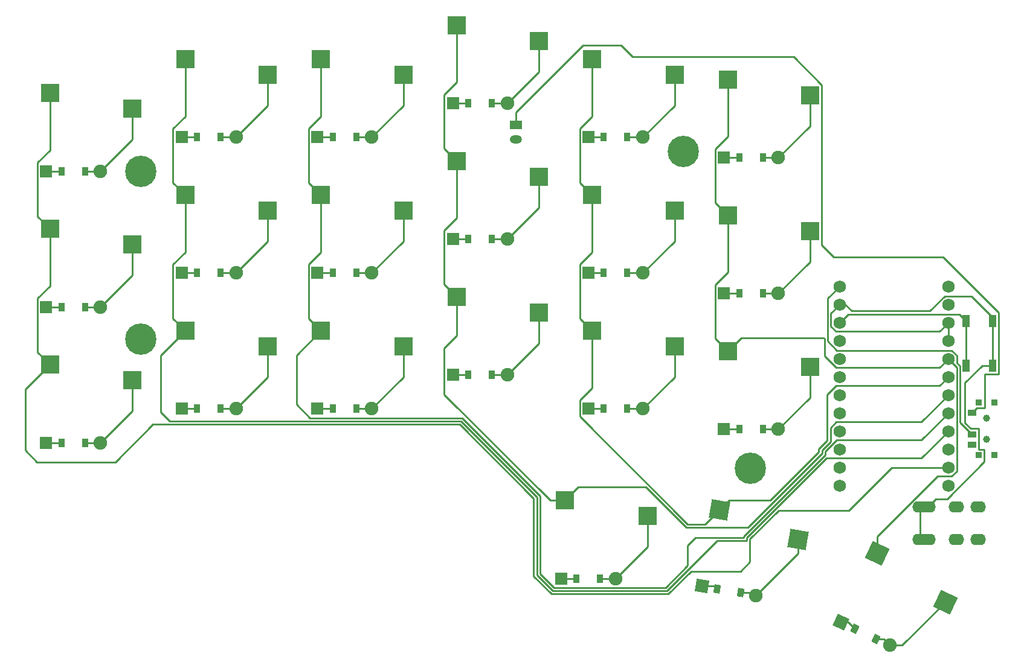
<source format=gbr>
%TF.GenerationSoftware,KiCad,Pcbnew,7.0.9*%
%TF.CreationDate,2024-08-18T04:48:21-07:00*%
%TF.ProjectId,left,6c656674-2e6b-4696-9361-645f70636258,v1.0.0*%
%TF.SameCoordinates,Original*%
%TF.FileFunction,Copper,L2,Bot*%
%TF.FilePolarity,Positive*%
%FSLAX46Y46*%
G04 Gerber Fmt 4.6, Leading zero omitted, Abs format (unit mm)*
G04 Created by KiCad (PCBNEW 7.0.9) date 2024-08-18 04:48:21*
%MOMM*%
%LPD*%
G01*
G04 APERTURE LIST*
G04 Aperture macros list*
%AMRotRect*
0 Rectangle, with rotation*
0 The origin of the aperture is its center*
0 $1 length*
0 $2 width*
0 $3 Rotation angle, in degrees counterclockwise*
0 Add horizontal line*
21,1,$1,$2,0,0,$3*%
G04 Aperture macros list end*
%TA.AperFunction,SMDPad,CuDef*%
%ADD10R,1.250000X0.900000*%
%TD*%
%TA.AperFunction,SMDPad,CuDef*%
%ADD11R,0.900000X0.900000*%
%TD*%
%TA.AperFunction,WasherPad*%
%ADD12C,1.000000*%
%TD*%
%TA.AperFunction,SMDPad,CuDef*%
%ADD13R,1.100000X1.800000*%
%TD*%
%TA.AperFunction,SMDPad,CuDef*%
%ADD14R,2.600000X2.600000*%
%TD*%
%TA.AperFunction,SMDPad,CuDef*%
%ADD15RotRect,2.600000X2.600000X335.000000*%
%TD*%
%TA.AperFunction,ComponentPad*%
%ADD16R,1.778000X1.778000*%
%TD*%
%TA.AperFunction,SMDPad,CuDef*%
%ADD17R,0.900000X1.200000*%
%TD*%
%TA.AperFunction,ComponentPad*%
%ADD18C,1.905000*%
%TD*%
%TA.AperFunction,ComponentPad*%
%ADD19RotRect,1.778000X1.778000X335.000000*%
%TD*%
%TA.AperFunction,SMDPad,CuDef*%
%ADD20RotRect,0.900000X1.200000X335.000000*%
%TD*%
%TA.AperFunction,ComponentPad*%
%ADD21O,2.200000X1.600000*%
%TD*%
%TA.AperFunction,ComponentPad*%
%ADD22R,1.700000X1.200000*%
%TD*%
%TA.AperFunction,ComponentPad*%
%ADD23O,1.700000X1.200000*%
%TD*%
%TA.AperFunction,SMDPad,CuDef*%
%ADD24RotRect,2.600000X2.600000X350.000000*%
%TD*%
%TA.AperFunction,ComponentPad*%
%ADD25C,0.700000*%
%TD*%
%TA.AperFunction,ComponentPad*%
%ADD26C,4.400000*%
%TD*%
%TA.AperFunction,ComponentPad*%
%ADD27RotRect,1.778000X1.778000X350.000000*%
%TD*%
%TA.AperFunction,SMDPad,CuDef*%
%ADD28RotRect,0.900000X1.200000X350.000000*%
%TD*%
%TA.AperFunction,ComponentPad*%
%ADD29C,1.752600*%
%TD*%
%TA.AperFunction,Conductor*%
%ADD30C,0.250000*%
%TD*%
G04 APERTURE END LIST*
D10*
%TO.P,T1,3*%
%TO.N,N/C*%
X269374550Y-165102900D03*
%TO.P,T1,2*%
%TO.N,RAW*%
X269374550Y-163602900D03*
%TO.P,T1,1*%
%TO.N,pos*%
X269374550Y-160602900D03*
D11*
%TO.P,T1,*%
%TO.N,*%
X270349550Y-166552900D03*
X272549550Y-166552900D03*
D12*
X271449550Y-164352900D03*
X271449550Y-161352900D03*
D11*
X270349550Y-159152900D03*
X272549550Y-159152900D03*
%TD*%
D13*
%TO.P,B1,1*%
%TO.N,GND*%
X272299550Y-147752900D03*
X272299550Y-153952900D03*
%TO.P,B1,2*%
%TO.N,RST*%
X268599550Y-147752900D03*
X268599550Y-153952900D03*
%TD*%
D14*
%TO.P,S5,1*%
%TO.N,P104*%
X140174550Y-134807900D03*
%TO.P,S5,2*%
%TO.N,outer_home*%
X151724550Y-137007900D03*
%TD*%
D15*
%TO.P,S1,1*%
%TO.N,P017*%
X256129579Y-180307149D03*
%TO.P,S1,2*%
%TO.N,reachy_cluster*%
X265667673Y-187182267D03*
%TD*%
D16*
%TO.P,D5,1*%
%TO.N,P029*%
X139639550Y-145757900D03*
D17*
X141799550Y-145757900D03*
%TO.P,D5,2*%
%TO.N,outer_home*%
X145099550Y-145757900D03*
D18*
X147259550Y-145757900D03*
%TD*%
D19*
%TO.P,D1,1*%
%TO.N,P113*%
X251017034Y-190005118D03*
D20*
X252974659Y-190917974D03*
%TO.P,D1,2*%
%TO.N,reachy_cluster*%
X255965475Y-192312614D03*
D18*
X257923100Y-193225470D03*
%TD*%
D14*
%TO.P,S20,1*%
%TO.N,P017*%
X235174550Y-132902900D03*
%TO.P,S20,2*%
%TO.N,inner_home*%
X246724550Y-135102900D03*
%TD*%
%TO.P,S8,1*%
%TO.N,P100*%
X159174550Y-130045400D03*
%TO.P,S8,2*%
%TO.N,pinky_home*%
X170724550Y-132245400D03*
%TD*%
D16*
%TO.P,D11,1*%
%TO.N,P029*%
X177639550Y-140995400D03*
D17*
X179799550Y-140995400D03*
%TO.P,D11,2*%
%TO.N,ring_home*%
X183099550Y-140995400D03*
D18*
X185259550Y-140995400D03*
%TD*%
D21*
%TO.P,TRRS1,1*%
%TO.N,GND*%
X262146350Y-173800700D03*
X262146350Y-178400700D03*
%TO.P,TRRS1,2*%
X263246350Y-173800700D03*
X263246350Y-178400700D03*
%TO.P,TRRS1,3*%
%TO.N,P010*%
X267246350Y-173800700D03*
X267246350Y-178400700D03*
%TO.P,TRRS1,4*%
%TO.N,VCC*%
X270246350Y-173800700D03*
X270246350Y-178400700D03*
%TD*%
D22*
%TO.P,JST1,1*%
%TO.N,pos*%
X205449550Y-120232900D03*
D23*
%TO.P,JST1,2*%
%TO.N,GND*%
X205449550Y-122232900D03*
%TD*%
D16*
%TO.P,D10,1*%
%TO.N,P002*%
X177639550Y-160045400D03*
D17*
X179799550Y-160045400D03*
%TO.P,D10,2*%
%TO.N,ring_bottom*%
X183099550Y-160045400D03*
D18*
X185259550Y-160045400D03*
%TD*%
D16*
%TO.P,D4,1*%
%TO.N,P002*%
X139639550Y-164807900D03*
D17*
X141799550Y-164807900D03*
%TO.P,D4,2*%
%TO.N,outer_bottom*%
X145099550Y-164807900D03*
D18*
X147259550Y-164807900D03*
%TD*%
D14*
%TO.P,S10,1*%
%TO.N,P024*%
X178174550Y-149095400D03*
%TO.P,S10,2*%
%TO.N,ring_bottom*%
X189724550Y-151295400D03*
%TD*%
D16*
%TO.P,D12,1*%
%TO.N,P031*%
X177639550Y-121945400D03*
D17*
X179799550Y-121945400D03*
%TO.P,D12,2*%
%TO.N,ring_top*%
X183099550Y-121945400D03*
D18*
X185259550Y-121945400D03*
%TD*%
D24*
%TO.P,S2,1*%
%TO.N,P020*%
X234006804Y-174228301D03*
%TO.P,S2,2*%
%TO.N,tucky_cluster*%
X244999308Y-178400515D03*
%TD*%
D16*
%TO.P,D20,1*%
%TO.N,P029*%
X234639550Y-143852900D03*
D17*
X236799550Y-143852900D03*
%TO.P,D20,2*%
%TO.N,inner_home*%
X240099550Y-143852900D03*
D18*
X242259550Y-143852900D03*
%TD*%
D14*
%TO.P,S3,1*%
%TO.N,P022*%
X212364550Y-172907900D03*
%TO.P,S3,2*%
%TO.N,stim_cluster*%
X223914550Y-175107900D03*
%TD*%
D16*
%TO.P,D16,1*%
%TO.N,P002*%
X215639550Y-160045400D03*
D17*
X217799550Y-160045400D03*
%TO.P,D16,2*%
%TO.N,index_bottom*%
X221099550Y-160045400D03*
D18*
X223259550Y-160045400D03*
%TD*%
D14*
%TO.P,S17,1*%
%TO.N,P020*%
X216174550Y-130045400D03*
%TO.P,S17,2*%
%TO.N,index_home*%
X227724550Y-132245400D03*
%TD*%
D16*
%TO.P,D21,1*%
%TO.N,P031*%
X234639550Y-124802900D03*
D17*
X236799550Y-124802900D03*
%TO.P,D21,2*%
%TO.N,inner_top*%
X240099550Y-124802900D03*
D18*
X242259550Y-124802900D03*
%TD*%
D16*
%TO.P,D19,1*%
%TO.N,P002*%
X234639550Y-162902900D03*
D17*
X236799550Y-162902900D03*
%TO.P,D19,2*%
%TO.N,inner_bottom*%
X240099550Y-162902900D03*
D18*
X242259550Y-162902900D03*
%TD*%
D25*
%TO.P,_2,1*%
%TO.N,N/C*%
X151299550Y-150307900D03*
X151782824Y-149141174D03*
X151782824Y-151474626D03*
X152949550Y-148657900D03*
D26*
X152949550Y-150307900D03*
D25*
X152949550Y-151957900D03*
X154116276Y-149141174D03*
X154116276Y-151474626D03*
X154599550Y-150307900D03*
%TD*%
D14*
%TO.P,S12,1*%
%TO.N,P024*%
X178174550Y-110995400D03*
%TO.P,S12,2*%
%TO.N,ring_top*%
X189724550Y-113195400D03*
%TD*%
%TO.P,S9,1*%
%TO.N,P100*%
X159174550Y-110995400D03*
%TO.P,S9,2*%
%TO.N,pinky_top*%
X170724550Y-113195400D03*
%TD*%
D25*
%TO.P,_3,1*%
%TO.N,N/C*%
X227299550Y-123945400D03*
X227782824Y-122778674D03*
X227782824Y-125112126D03*
X228949550Y-122295400D03*
D26*
X228949550Y-123945400D03*
D25*
X228949550Y-125595400D03*
X230116276Y-122778674D03*
X230116276Y-125112126D03*
X230599550Y-123945400D03*
%TD*%
D16*
%TO.P,D15,1*%
%TO.N,P031*%
X196639550Y-117182900D03*
D17*
X198799550Y-117182900D03*
%TO.P,D15,2*%
%TO.N,middle_top*%
X202099550Y-117182900D03*
D18*
X204259550Y-117182900D03*
%TD*%
D25*
%TO.P,_4,1*%
%TO.N,N/C*%
X236744512Y-168059989D03*
X237423044Y-166994907D03*
X237017844Y-169292909D03*
X238655964Y-166721575D03*
D26*
X238369445Y-168346508D03*
D25*
X238082926Y-169971441D03*
X239721046Y-167400107D03*
X239315846Y-169698109D03*
X239994378Y-168633027D03*
%TD*%
D14*
%TO.P,S6,1*%
%TO.N,P104*%
X140174550Y-115757900D03*
%TO.P,S6,2*%
%TO.N,outer_top*%
X151724550Y-117957900D03*
%TD*%
%TO.P,S7,2*%
%TO.N,pinky_bottom*%
X170724550Y-151295400D03*
%TO.P,S7,1*%
%TO.N,P100*%
X159174550Y-149095400D03*
%TD*%
%TO.P,S14,1*%
%TO.N,P022*%
X197174550Y-125282900D03*
%TO.P,S14,2*%
%TO.N,middle_home*%
X208724550Y-127482900D03*
%TD*%
D16*
%TO.P,D17,1*%
%TO.N,P029*%
X215639550Y-140995400D03*
D17*
X217799550Y-140995400D03*
%TO.P,D17,2*%
%TO.N,index_home*%
X221099550Y-140995400D03*
D18*
X223259550Y-140995400D03*
%TD*%
D16*
%TO.P,D8,1*%
%TO.N,P029*%
X158639550Y-140995400D03*
D17*
X160799550Y-140995400D03*
%TO.P,D8,2*%
%TO.N,pinky_home*%
X164099550Y-140995400D03*
D18*
X166259550Y-140995400D03*
%TD*%
D27*
%TO.P,D2,1*%
%TO.N,P113*%
X231578484Y-184919044D03*
D28*
X233705669Y-185294125D03*
%TO.P,D2,2*%
%TO.N,tucky_cluster*%
X236955535Y-185867163D03*
D18*
X239082720Y-186242244D03*
%TD*%
D14*
%TO.P,S13,1*%
%TO.N,P022*%
X197174550Y-144332900D03*
%TO.P,S13,2*%
%TO.N,middle_bottom*%
X208724550Y-146532900D03*
%TD*%
%TO.P,S11,1*%
%TO.N,P024*%
X178174550Y-130045400D03*
%TO.P,S11,2*%
%TO.N,ring_home*%
X189724550Y-132245400D03*
%TD*%
%TO.P,S4,1*%
%TO.N,P104*%
X140174550Y-153857900D03*
%TO.P,S4,2*%
%TO.N,outer_bottom*%
X151724550Y-156057900D03*
%TD*%
D16*
%TO.P,D3,1*%
%TO.N,P113*%
X211829550Y-183857900D03*
D17*
X213989550Y-183857900D03*
%TO.P,D3,2*%
%TO.N,stim_cluster*%
X217289550Y-183857900D03*
D18*
X219449550Y-183857900D03*
%TD*%
D14*
%TO.P,S21,1*%
%TO.N,P017*%
X235174550Y-113852900D03*
%TO.P,S21,2*%
%TO.N,inner_top*%
X246724550Y-116052900D03*
%TD*%
%TO.P,S16,1*%
%TO.N,P020*%
X216174550Y-149095400D03*
%TO.P,S16,2*%
%TO.N,index_bottom*%
X227724550Y-151295400D03*
%TD*%
D16*
%TO.P,D6,1*%
%TO.N,P031*%
X139639550Y-126707900D03*
D17*
X141799550Y-126707900D03*
%TO.P,D6,2*%
%TO.N,outer_top*%
X145099550Y-126707900D03*
D18*
X147259550Y-126707900D03*
%TD*%
D14*
%TO.P,S18,1*%
%TO.N,P020*%
X216174550Y-110995400D03*
%TO.P,S18,2*%
%TO.N,index_top*%
X227724550Y-113195400D03*
%TD*%
D29*
%TO.P,MCU1,24*%
%TO.N,RAW*%
X250829550Y-142882900D03*
%TO.P,MCU1,23*%
%TO.N,GND*%
X250829550Y-145422900D03*
%TO.P,MCU1,22*%
%TO.N,RST*%
X250829550Y-147962900D03*
%TO.P,MCU1,21*%
%TO.N,VCC*%
X250829550Y-150502900D03*
%TO.P,MCU1,20*%
%TO.N,P031*%
X250829550Y-153042900D03*
%TO.P,MCU1,19*%
%TO.N,P029*%
X250829550Y-155582900D03*
%TO.P,MCU1,18*%
%TO.N,P002*%
X250829550Y-158122900D03*
%TO.P,MCU1,17*%
%TO.N,P115*%
X250829550Y-160662900D03*
%TO.P,MCU1,16*%
%TO.N,P113*%
X250829550Y-163202900D03*
%TO.P,MCU1,15*%
%TO.N,P111*%
X250829550Y-165742900D03*
%TO.P,MCU1,14*%
%TO.N,P010*%
X250829550Y-168282900D03*
%TO.P,MCU1,13*%
%TO.N,P009*%
X250829550Y-170822900D03*
%TO.P,MCU1,12*%
%TO.N,P106*%
X266069550Y-170822900D03*
%TO.P,MCU1,11*%
%TO.N,P104*%
X266069550Y-168282900D03*
%TO.P,MCU1,10*%
%TO.N,P011*%
X266069550Y-165742900D03*
%TO.P,MCU1,9*%
%TO.N,P100*%
X266069550Y-163202900D03*
%TO.P,MCU1,8*%
%TO.N,P024*%
X266069550Y-160662900D03*
%TO.P,MCU1,7*%
%TO.N,P022*%
X266069550Y-158122900D03*
%TO.P,MCU1,6*%
%TO.N,P020*%
X266069550Y-155582900D03*
%TO.P,MCU1,5*%
%TO.N,P017*%
X266069550Y-153042900D03*
%TO.P,MCU1,4*%
%TO.N,GND*%
X266069550Y-150502900D03*
%TO.P,MCU1,3*%
X266069550Y-147962900D03*
%TO.P,MCU1,2*%
%TO.N,P008*%
X266069550Y-145422900D03*
%TO.P,MCU1,1*%
%TO.N,P006*%
X266069550Y-142882900D03*
%TD*%
D16*
%TO.P,D9,1*%
%TO.N,P031*%
X158639550Y-121945400D03*
D17*
X160799550Y-121945400D03*
%TO.P,D9,2*%
%TO.N,pinky_top*%
X164099550Y-121945400D03*
D18*
X166259550Y-121945400D03*
%TD*%
D14*
%TO.P,S15,1*%
%TO.N,P022*%
X197174550Y-106232900D03*
%TO.P,S15,2*%
%TO.N,middle_top*%
X208724550Y-108432900D03*
%TD*%
D16*
%TO.P,D18,1*%
%TO.N,P031*%
X215639550Y-121945400D03*
D17*
X217799550Y-121945400D03*
%TO.P,D18,2*%
%TO.N,index_top*%
X221099550Y-121945400D03*
D18*
X223259550Y-121945400D03*
%TD*%
D16*
%TO.P,D13,1*%
%TO.N,P002*%
X196639550Y-155282900D03*
D17*
X198799550Y-155282900D03*
%TO.P,D13,2*%
%TO.N,middle_bottom*%
X202099550Y-155282900D03*
D18*
X204259550Y-155282900D03*
%TD*%
D16*
%TO.P,D14,1*%
%TO.N,P029*%
X196639550Y-136232900D03*
D17*
X198799550Y-136232900D03*
%TO.P,D14,2*%
%TO.N,middle_home*%
X202099550Y-136232900D03*
D18*
X204259550Y-136232900D03*
%TD*%
D14*
%TO.P,S19,1*%
%TO.N,P017*%
X235174550Y-151952900D03*
%TO.P,S19,2*%
%TO.N,inner_bottom*%
X246724550Y-154152900D03*
%TD*%
D16*
%TO.P,D7,1*%
%TO.N,P002*%
X158639550Y-160045400D03*
D17*
X160799550Y-160045400D03*
%TO.P,D7,2*%
%TO.N,pinky_bottom*%
X164099550Y-160045400D03*
D18*
X166259550Y-160045400D03*
%TD*%
D25*
%TO.P,_1,1*%
%TO.N,N/C*%
X151299550Y-126707900D03*
X151782824Y-125541174D03*
X151782824Y-127874626D03*
X152949550Y-125057900D03*
D26*
X152949550Y-126707900D03*
D25*
X152949550Y-128357900D03*
X154116276Y-125541174D03*
X154116276Y-127874626D03*
X154599550Y-126707900D03*
%TD*%
D30*
%TO.N,P104*%
X258137043Y-168282900D02*
X266069550Y-168282900D01*
X252134043Y-174285900D02*
X258137043Y-168282900D01*
X242303987Y-174285900D02*
X252134043Y-174285900D01*
X238288343Y-178301544D02*
X242303987Y-174285900D01*
X238288343Y-181522104D02*
X238288343Y-178301544D01*
X236972877Y-182837570D02*
X238288343Y-181522104D01*
X230016450Y-182837570D02*
X236972877Y-182837570D01*
X226818620Y-186035400D02*
X230016450Y-182837570D01*
X207964200Y-183532942D02*
X210466658Y-186035400D01*
X197585158Y-162231900D02*
X207964200Y-172610942D01*
X154614550Y-162231900D02*
X197585158Y-162231900D01*
X207964200Y-172610942D02*
X207964200Y-183532942D01*
X149333450Y-167513000D02*
X154614550Y-162231900D01*
X136723650Y-165883600D02*
X138353050Y-167513000D01*
X140174550Y-153857900D02*
X136723650Y-157308800D01*
X210466658Y-186035400D02*
X226818620Y-186035400D01*
X136723650Y-157308800D02*
X136723650Y-165883600D01*
X138353050Y-167513000D02*
X149333450Y-167513000D01*
%TO.N,P022*%
X195425550Y-158036750D02*
X210296700Y-172907900D01*
X197174550Y-144332900D02*
X197174550Y-149791584D01*
X197174550Y-149791584D02*
X195425550Y-151540584D01*
X195425550Y-151540584D02*
X195425550Y-158036750D01*
X210296700Y-172907900D02*
X212364550Y-172907900D01*
%TO.N,P020*%
X264868250Y-156784200D02*
X266069550Y-155582900D01*
X250331955Y-156784200D02*
X264868250Y-156784200D01*
X247922895Y-165677868D02*
X249072400Y-164528363D01*
X249072400Y-164528363D02*
X249072400Y-158043755D01*
X247922895Y-166121408D02*
X247922895Y-165677868D01*
X235337305Y-172897800D02*
X241146503Y-172897800D01*
X241146503Y-172897800D02*
X247922895Y-166121408D01*
X249072400Y-158043755D02*
X250331955Y-156784200D01*
X234006804Y-174228301D02*
X235337305Y-172897800D01*
%TO.N,pos*%
X205449550Y-118470400D02*
X205449550Y-120232900D01*
X214861250Y-109058700D02*
X205449550Y-118470400D01*
X220233750Y-109058700D02*
X214861250Y-109058700D01*
X221833950Y-110658900D02*
X220233750Y-109058700D01*
X244414550Y-110658900D02*
X221833950Y-110658900D01*
X248349550Y-114593900D02*
X244414550Y-110658900D01*
X248349550Y-137072900D02*
X248349550Y-114593900D01*
X265372550Y-138725900D02*
X250002550Y-138725900D01*
X250002550Y-138725900D02*
X248349550Y-137072900D01*
X273174550Y-155177900D02*
X273174550Y-146527900D01*
X273174550Y-146527900D02*
X265372550Y-138725900D01*
X271145000Y-155177900D02*
X273174550Y-155177900D01*
X271145000Y-159927900D02*
X271145000Y-155177900D01*
X270049550Y-159927900D02*
X271145000Y-159927900D01*
X269374550Y-160602900D02*
X270049550Y-159927900D01*
%TO.N,GND*%
X270862100Y-153952900D02*
X272299550Y-153952900D01*
X268424550Y-156390450D02*
X270862100Y-153952900D01*
X268424550Y-162016504D02*
X268424550Y-156390450D01*
X269235946Y-162827900D02*
X268424550Y-162016504D01*
X270324550Y-162827900D02*
X269235946Y-162827900D01*
X270324550Y-165777900D02*
X270324550Y-162827900D01*
X271124550Y-167468050D02*
X271124550Y-165777900D01*
X271124550Y-165777900D02*
X270324550Y-165777900D01*
X265916900Y-172675700D02*
X271124550Y-167468050D01*
X264371350Y-172675700D02*
X265916900Y-172675700D01*
X263246350Y-173800700D02*
X264371350Y-172675700D01*
%TO.N,RAW*%
X249178250Y-144534200D02*
X250829550Y-142882900D01*
X266567145Y-151841600D02*
X250469050Y-151841600D01*
X250469050Y-151841600D02*
X249178250Y-150550800D01*
X249178250Y-150550800D02*
X249178250Y-144534200D01*
X267720850Y-154057804D02*
X267270850Y-153607804D01*
X267720850Y-161949200D02*
X267720850Y-154057804D01*
X267270850Y-152545305D02*
X266567145Y-151841600D01*
X269374550Y-163602900D02*
X267720850Y-161949200D01*
X267270850Y-153607804D02*
X267270850Y-152545305D01*
%TO.N,GND*%
X251655300Y-145422900D02*
X250829550Y-145422900D01*
X252544000Y-146311600D02*
X251655300Y-145422900D01*
X263481955Y-146311600D02*
X252544000Y-146311600D01*
X269315850Y-144221600D02*
X265571955Y-144221600D01*
X265571955Y-144221600D02*
X263481955Y-146311600D01*
X272299550Y-147205300D02*
X269315850Y-144221600D01*
X272299550Y-147752900D02*
X272299550Y-147205300D01*
%TO.N,P017*%
X250331955Y-154244200D02*
X264868250Y-154244200D01*
X264868250Y-154244200D02*
X266069550Y-153042900D01*
X248728250Y-152640495D02*
X250331955Y-154244200D01*
X248615950Y-150077900D02*
X248728250Y-150190200D01*
X237049550Y-150077900D02*
X248615950Y-150077900D01*
X248728250Y-150190200D02*
X248728250Y-152640495D01*
X235174550Y-151952900D02*
X237049550Y-150077900D01*
%TO.N,P020*%
X229510449Y-176221999D02*
X232013106Y-176221999D01*
X214425550Y-158831400D02*
X214425550Y-161137100D01*
X214425550Y-161137100D02*
X229510449Y-176221999D01*
X216174550Y-157082400D02*
X214425550Y-158831400D01*
X216174550Y-149095400D02*
X216174550Y-157082400D01*
X232013106Y-176221999D02*
X234006804Y-174228301D01*
%TO.N,P100*%
X262328250Y-166944200D02*
X266069550Y-163202900D01*
X249009291Y-166944200D02*
X262328250Y-166944200D01*
X237838343Y-178115148D02*
X249009291Y-166944200D01*
X237838343Y-178545900D02*
X237838343Y-178115148D01*
X233671724Y-178545900D02*
X237838343Y-178545900D01*
X226632224Y-185585400D02*
X233671724Y-178545900D01*
X208414200Y-183346546D02*
X210653054Y-185585400D01*
X208414200Y-172424546D02*
X208414200Y-183346546D01*
X210653054Y-185585400D02*
X226632224Y-185585400D01*
X197771554Y-161781900D02*
X208414200Y-172424546D01*
X157005950Y-161781900D02*
X197771554Y-161781900D01*
X155723650Y-152546300D02*
X155723650Y-160499600D01*
X155723650Y-160499600D02*
X157005950Y-161781900D01*
X159174550Y-149095400D02*
X155723650Y-152546300D01*
%TO.N,P024*%
X174723650Y-152546300D02*
X178174550Y-149095400D01*
X174723650Y-159433600D02*
X174723650Y-152546300D01*
X176621950Y-161331900D02*
X174723650Y-159433600D01*
X197957950Y-161331900D02*
X176621950Y-161331900D01*
X208864200Y-183160150D02*
X208864200Y-172238150D01*
X210839450Y-185135400D02*
X208864200Y-183160150D01*
X226445828Y-185135400D02*
X210839450Y-185135400D01*
X229556500Y-182024728D02*
X226445828Y-185135400D01*
X208864200Y-172238150D02*
X197957950Y-161331900D01*
X229556500Y-179193756D02*
X229556500Y-182024728D01*
X230654356Y-178095900D02*
X229556500Y-179193756D01*
X237388343Y-177928752D02*
X237388343Y-178095900D01*
X248822895Y-166494200D02*
X237388343Y-177928752D01*
X262328250Y-164404200D02*
X250469355Y-164404200D01*
X250469355Y-164404200D02*
X248822895Y-166050660D01*
X248822895Y-166050660D02*
X248822895Y-166494200D01*
X266069550Y-160662900D02*
X262328250Y-164404200D01*
X237388343Y-178095900D02*
X230654356Y-178095900D01*
%TO.N,P113*%
X233330588Y-184919044D02*
X233705669Y-185294125D01*
X231578484Y-184919044D02*
X233330588Y-184919044D01*
X252061803Y-190005118D02*
X252974659Y-190917974D01*
X251017034Y-190005118D02*
X252061803Y-190005118D01*
%TO.N,P022*%
X250384650Y-161864200D02*
X262328250Y-161864200D01*
X249570750Y-162678100D02*
X250384650Y-161864200D01*
X249570750Y-164666409D02*
X249570750Y-162678100D01*
X248372895Y-166307804D02*
X248372895Y-165864264D01*
X238008700Y-176671999D02*
X248372895Y-166307804D01*
X223684954Y-171032900D02*
X229324053Y-176671999D01*
X262328250Y-161864200D02*
X266069550Y-158122900D01*
X214239550Y-171032900D02*
X223684954Y-171032900D01*
X248372895Y-165864264D02*
X249570750Y-164666409D01*
X229324053Y-176671999D02*
X238008700Y-176671999D01*
X212364550Y-172907900D02*
X214239550Y-171032900D01*
%TO.N,tucky_cluster*%
X238707639Y-185867163D02*
X239082720Y-186242244D01*
X236955535Y-185867163D02*
X238707639Y-185867163D01*
X244999308Y-180325656D02*
X239082720Y-186242244D01*
X244999308Y-178400515D02*
X244999308Y-180325656D01*
%TO.N,P031*%
X139639550Y-126707900D02*
X141799550Y-126707900D01*
%TO.N,outer_top*%
X145099550Y-126707900D02*
X147259550Y-126707900D01*
X151724550Y-122242900D02*
X147259550Y-126707900D01*
X151724550Y-117957900D02*
X151724550Y-122242900D01*
%TO.N,ring_home*%
X183099550Y-140995400D02*
X185259550Y-140995400D01*
%TO.N,P029*%
X177639550Y-140995400D02*
X179799550Y-140995400D01*
X158639550Y-140995400D02*
X160799550Y-140995400D01*
%TO.N,pinky_home*%
X164099550Y-140995400D02*
X166259550Y-140995400D01*
X170724550Y-136530400D02*
X166259550Y-140995400D01*
X170724550Y-132245400D02*
X170724550Y-136530400D01*
%TO.N,ring_home*%
X189724550Y-136530400D02*
X185259550Y-140995400D01*
X189724550Y-132245400D02*
X189724550Y-136530400D01*
%TO.N,P017*%
X233425550Y-142638900D02*
X233425550Y-150203900D01*
X235174550Y-113852900D02*
X235174550Y-121839900D01*
X267270850Y-168780495D02*
X267270850Y-154244200D01*
X267270850Y-154244200D02*
X266069550Y-153042900D01*
X233390950Y-123623500D02*
X233390950Y-131119300D01*
X266567145Y-169484200D02*
X267270850Y-168780495D01*
X235174550Y-121839900D02*
X233390950Y-123623500D01*
X256129579Y-180307149D02*
X256129579Y-177926481D01*
X233425550Y-150203900D02*
X235174550Y-151952900D01*
X256129579Y-177926481D02*
X264571860Y-169484200D01*
X235174550Y-132902900D02*
X235174550Y-140889900D01*
X233390950Y-131119300D02*
X235174550Y-132902900D01*
X235174550Y-140889900D02*
X233425550Y-142638900D01*
X264571860Y-169484200D02*
X266567145Y-169484200D01*
%TO.N,reachy_cluster*%
X257010244Y-192312614D02*
X257923100Y-193225470D01*
X255965475Y-192312614D02*
X257010244Y-192312614D01*
X265667673Y-187182267D02*
X259624470Y-193225470D01*
X259624470Y-193225470D02*
X257923100Y-193225470D01*
%TO.N,P020*%
X214425550Y-147346400D02*
X216174550Y-149095400D01*
X216174550Y-110995400D02*
X216174550Y-118982400D01*
X216174550Y-118982400D02*
X214425550Y-120731400D01*
X214425550Y-139781400D02*
X214425550Y-147346400D01*
X216174550Y-138032400D02*
X214425550Y-139781400D01*
X214425550Y-120731400D02*
X214425550Y-128296400D01*
X216174550Y-130045400D02*
X216174550Y-138032400D01*
X214425550Y-128296400D02*
X216174550Y-130045400D01*
%TO.N,P022*%
X197174550Y-125282900D02*
X197174550Y-133269900D01*
X195425550Y-115968900D02*
X195425550Y-123533900D01*
X197174550Y-133269900D02*
X195425550Y-135018900D01*
X195425550Y-142583900D02*
X197174550Y-144332900D01*
X195425550Y-135018900D02*
X195425550Y-142583900D01*
X197174550Y-106232900D02*
X197174550Y-114219900D01*
X197174550Y-114219900D02*
X195425550Y-115968900D01*
X195425550Y-123533900D02*
X197174550Y-125282900D01*
%TO.N,stim_cluster*%
X223914550Y-175107900D02*
X223914550Y-179392900D01*
X223914550Y-179392900D02*
X219449550Y-183857900D01*
X217289550Y-183857900D02*
X219449550Y-183857900D01*
%TO.N,P104*%
X138425550Y-152108900D02*
X140174550Y-153857900D01*
X140174550Y-134807900D02*
X140174550Y-142794900D01*
X140174550Y-123744900D02*
X138425550Y-125493900D01*
X140174550Y-115757900D02*
X140174550Y-123744900D01*
X140174550Y-142794900D02*
X138425550Y-144543900D01*
X138425550Y-125493900D02*
X138425550Y-133058900D01*
X138425550Y-144543900D02*
X138425550Y-152108900D01*
X138425550Y-133058900D02*
X140174550Y-134807900D01*
%TO.N,outer_bottom*%
X145099550Y-164807900D02*
X147259550Y-164807900D01*
X151724550Y-160342900D02*
X147259550Y-164807900D01*
X151724550Y-156057900D02*
X151724550Y-160342900D01*
%TO.N,outer_home*%
X151724550Y-141292900D02*
X147259550Y-145757900D01*
X151724550Y-137007900D02*
X151724550Y-141292900D01*
X145099550Y-145757900D02*
X147259550Y-145757900D01*
%TO.N,P100*%
X159174550Y-118982400D02*
X157425550Y-120731400D01*
X157425550Y-139781400D02*
X157425550Y-147346400D01*
X159174550Y-110995400D02*
X159174550Y-118982400D01*
X159174550Y-138032400D02*
X157425550Y-139781400D01*
X157425550Y-147346400D02*
X159174550Y-149095400D01*
X157425550Y-128296400D02*
X159174550Y-130045400D01*
X159174550Y-130045400D02*
X159174550Y-138032400D01*
X157425550Y-120731400D02*
X157425550Y-128296400D01*
%TO.N,pinky_bottom*%
X164099550Y-160045400D02*
X166259550Y-160045400D01*
X170724550Y-155580400D02*
X166259550Y-160045400D01*
X170724550Y-151295400D02*
X170724550Y-155580400D01*
%TO.N,pinky_top*%
X170724550Y-117480400D02*
X166259550Y-121945400D01*
X164099550Y-121945400D02*
X166259550Y-121945400D01*
X170724550Y-113195400D02*
X170724550Y-117480400D01*
%TO.N,P024*%
X178174550Y-130045400D02*
X178174550Y-138032400D01*
X178174550Y-138032400D02*
X176425550Y-139781400D01*
X178174550Y-118982400D02*
X176425550Y-120731400D01*
X176425550Y-139781400D02*
X176425550Y-147346400D01*
X176425550Y-120731400D02*
X176425550Y-128296400D01*
X176425550Y-128296400D02*
X178174550Y-130045400D01*
X178174550Y-110995400D02*
X178174550Y-118982400D01*
X176425550Y-147346400D02*
X178174550Y-149095400D01*
%TO.N,ring_bottom*%
X189724550Y-151295400D02*
X189724550Y-155580400D01*
X183099550Y-160045400D02*
X185259550Y-160045400D01*
X189724550Y-155580400D02*
X185259550Y-160045400D01*
%TO.N,ring_top*%
X189724550Y-117480400D02*
X185259550Y-121945400D01*
X185259550Y-121945400D02*
X183099550Y-121945400D01*
X189724550Y-113195400D02*
X189724550Y-117480400D01*
%TO.N,middle_bottom*%
X202099550Y-155282900D02*
X204259550Y-155282900D01*
X208724550Y-150817900D02*
X204259550Y-155282900D01*
X208724550Y-146532900D02*
X208724550Y-150817900D01*
%TO.N,middle_home*%
X208724550Y-131767900D02*
X204259550Y-136232900D01*
X202099550Y-136232900D02*
X204259550Y-136232900D01*
X208724550Y-127482900D02*
X208724550Y-131767900D01*
%TO.N,middle_top*%
X204259550Y-117182900D02*
X208724550Y-112717900D01*
X204259550Y-117182900D02*
X202099550Y-117182900D01*
X208724550Y-112717900D02*
X208724550Y-108432900D01*
%TO.N,index_bottom*%
X227724550Y-151295400D02*
X227724550Y-155580400D01*
X227724550Y-155580400D02*
X223259550Y-160045400D01*
X221099550Y-160045400D02*
X223259550Y-160045400D01*
%TO.N,index_home*%
X221099550Y-140995400D02*
X223259550Y-140995400D01*
X227724550Y-132245400D02*
X227724550Y-136530400D01*
X227724550Y-136530400D02*
X223259550Y-140995400D01*
%TO.N,index_top*%
X221099550Y-121945400D02*
X223259550Y-121945400D01*
X227724550Y-113195400D02*
X227724550Y-117480400D01*
X227724550Y-117480400D02*
X223259550Y-121945400D01*
%TO.N,inner_bottom*%
X246724550Y-154152900D02*
X246724550Y-158437900D01*
X240099550Y-162902900D02*
X242259550Y-162902900D01*
X246724550Y-158437900D02*
X242259550Y-162902900D01*
%TO.N,inner_home*%
X246724550Y-139387900D02*
X242259550Y-143852900D01*
X240099550Y-143852900D02*
X242259550Y-143852900D01*
X246724550Y-135102900D02*
X246724550Y-139387900D01*
%TO.N,inner_top*%
X246724550Y-116052900D02*
X246724550Y-120337900D01*
X240099550Y-124802900D02*
X242259550Y-124802900D01*
X246724550Y-120337900D02*
X242259550Y-124802900D01*
%TO.N,P113*%
X211829550Y-183857900D02*
X213989550Y-183857900D01*
%TO.N,P002*%
X215639550Y-160045400D02*
X217799550Y-160045400D01*
X158639550Y-160045400D02*
X160799550Y-160045400D01*
X177639550Y-160045400D02*
X179799550Y-160045400D01*
X196639550Y-155282900D02*
X198799550Y-155282900D01*
X139639550Y-164807900D02*
X141799550Y-164807900D01*
X234639550Y-162902900D02*
X236799550Y-162902900D01*
%TO.N,P029*%
X196639550Y-136232900D02*
X198799550Y-136232900D01*
X234639550Y-143852900D02*
X236799550Y-143852900D01*
X139639550Y-145757900D02*
X141799550Y-145757900D01*
X215639550Y-140995400D02*
X217799550Y-140995400D01*
%TO.N,P031*%
X215639550Y-121945400D02*
X217799550Y-121945400D01*
X158639550Y-121945400D02*
X160799550Y-121945400D01*
X234639550Y-124802900D02*
X236799550Y-124802900D01*
X177639550Y-121945400D02*
X179799550Y-121945400D01*
X196639550Y-117182900D02*
X198799550Y-117182900D01*
%TO.N,GND*%
X249628250Y-148460495D02*
X250333055Y-149165300D01*
X250333055Y-149165300D02*
X264867150Y-149165300D01*
X264867150Y-149165300D02*
X266069550Y-147962900D01*
X249628250Y-146624200D02*
X249628250Y-148460495D01*
X266069550Y-147962900D02*
X266069550Y-150502900D01*
X262146350Y-173800700D02*
X262146350Y-178400700D01*
X272299550Y-153952900D02*
X272299550Y-147752900D01*
X250829550Y-145422900D02*
X249628250Y-146624200D01*
%TO.N,RST*%
X267608250Y-146761600D02*
X252030850Y-146761600D01*
X252030850Y-146761600D02*
X250829550Y-147962900D01*
X268599550Y-147752900D02*
X267608250Y-146761600D01*
X268599550Y-153952900D02*
X268599550Y-147752900D01*
%TD*%
M02*

</source>
